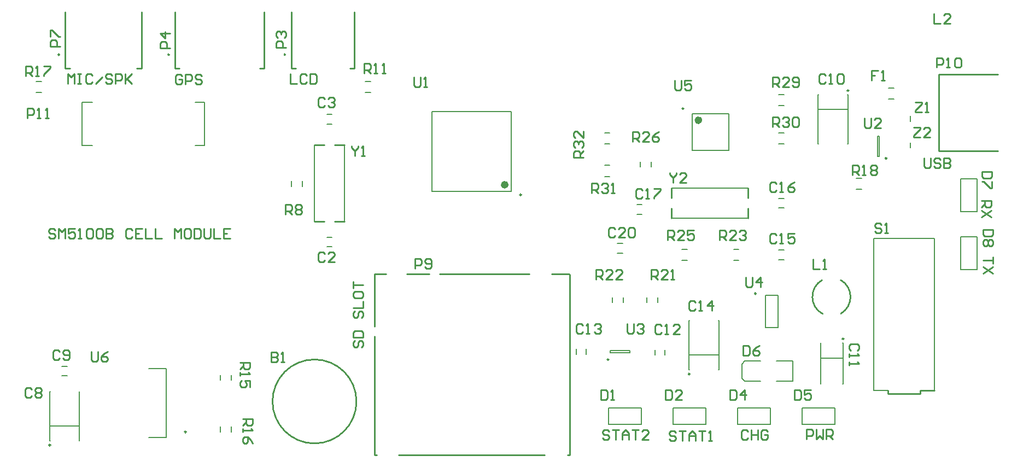
<source format=gto>
%FSLAX25Y25*%
%MOIN*%
G70*
G01*
G75*
G04 Layer_Color=65535*
%ADD10R,0.05906X0.07480*%
%ADD11R,0.07480X0.05906*%
%ADD12R,0.04331X0.06693*%
%ADD13R,0.06299X0.06299*%
%ADD14R,0.04331X0.03937*%
%ADD15R,0.08661X0.10236*%
%ADD16R,0.02756X0.05118*%
%ADD17R,0.09449X0.10236*%
%ADD18O,0.02362X0.07677*%
%ADD19O,0.07677X0.02362*%
%ADD20R,0.05118X0.02756*%
%ADD21O,0.01181X0.08268*%
%ADD22O,0.08268X0.01181*%
%ADD23R,0.06693X0.04331*%
%ADD24R,0.09055X0.09055*%
%ADD25R,0.33071X0.41929*%
%ADD26R,0.14961X0.04134*%
%ADD27O,0.09055X0.02756*%
%ADD28R,0.03150X0.18110*%
%ADD29R,0.18110X0.03150*%
%ADD30R,0.08858X0.03150*%
%ADD31R,0.10630X0.13780*%
%ADD32R,0.03150X0.09449*%
%ADD33R,0.03150X0.03937*%
%ADD34R,0.09449X0.07874*%
%ADD35R,0.00984X0.05512*%
%ADD36R,0.08661X0.05906*%
%ADD37C,0.01575*%
%ADD38C,0.00598*%
%ADD39C,0.03937*%
%ADD40C,0.03150*%
%ADD41C,0.00787*%
%ADD42C,0.02756*%
%ADD43C,0.12598*%
%ADD44R,0.05906X0.05906*%
%ADD45C,0.05906*%
%ADD46R,0.05906X0.05906*%
%ADD47C,0.19685*%
%ADD48C,0.06000*%
%ADD49C,0.13780*%
%ADD50C,0.09055*%
%ADD51C,0.12661*%
%ADD52P,0.06213X8X112.5*%
%ADD53O,0.04724X0.09843*%
%ADD54C,0.05000*%
%ADD55R,0.05709X0.07677*%
%ADD56R,0.04724X0.11024*%
%ADD57R,0.11024X0.11024*%
%ADD58C,0.00984*%
%ADD59C,0.02362*%
%ADD60C,0.01000*%
D41*
X595551Y113110D02*
Y133110D01*
X585551D02*
X595551D01*
X585551Y113110D02*
Y133110D01*
Y113110D02*
X595551D01*
Y148543D02*
Y168543D01*
X585551D02*
X595551D01*
X585551Y148543D02*
Y168543D01*
Y148543D02*
X595551D01*
X22047Y227756D02*
X25197D01*
X22047Y221063D02*
X25197D01*
X222835Y227756D02*
X225984D01*
X222835Y221063D02*
X225984D01*
X368504Y176575D02*
X371654D01*
X368504Y169882D02*
X371654D01*
X368504Y196260D02*
X371654D01*
X368504Y189567D02*
X371654D01*
X397047Y175591D02*
Y178740D01*
X390354Y175591D02*
Y178740D01*
X388189Y152559D02*
X391339D01*
X388189Y146654D02*
X391339D01*
X474803Y196260D02*
X477953D01*
X474803Y189567D02*
X477953D01*
X474803Y219882D02*
X477953D01*
X474803Y213189D02*
X477953D01*
X555118Y187401D02*
Y190551D01*
X513780Y68307D02*
X513976D01*
Y43504D02*
Y68307D01*
X513780Y43504D02*
X513976D01*
X500197Y59055D02*
X513976D01*
X500197Y68307D02*
X500394D01*
X500197Y43504D02*
X500394D01*
X500197D02*
Y68307D01*
X400984Y92914D02*
Y96063D01*
X394291Y92914D02*
Y96063D01*
X380118Y92913D02*
Y96063D01*
X373425Y92913D02*
Y96063D01*
X371850Y63583D02*
X384055D01*
X371850Y62402D02*
X384055D01*
Y63583D01*
X371850Y62402D02*
Y63583D01*
X184449Y163779D02*
Y166929D01*
X177756Y163779D02*
Y166929D01*
X141142Y14173D02*
Y17323D01*
X134449Y14173D02*
Y17323D01*
X141142Y45669D02*
Y48819D01*
X134449Y45669D02*
Y48819D01*
X48425Y8662D02*
Y38583D01*
X48228D02*
X48425D01*
X48228Y8662D02*
X48425D01*
X30315Y38583D02*
X30512D01*
X30315Y17717D02*
X48425D01*
X30315Y8662D02*
Y38583D01*
Y8662D02*
X30512D01*
X421850Y185630D02*
X444291D01*
X421850Y208071D02*
X444291D01*
Y185630D02*
Y208071D01*
X421850Y185630D02*
Y208071D01*
X534842Y182087D02*
Y194291D01*
X536024Y182087D02*
Y194291D01*
X534842D02*
X536024D01*
X534842Y182087D02*
X536024D01*
X263189Y209252D02*
X311614D01*
X263189Y160827D02*
X311614D01*
X263189D02*
Y209252D01*
X311614Y160827D02*
Y209252D01*
X474803Y125000D02*
X477953D01*
X474803Y119095D02*
X477953D01*
X474803Y150591D02*
X477953D01*
X474803Y156496D02*
X477953D01*
X357283Y61417D02*
Y64567D01*
X351378Y61417D02*
Y64567D01*
X399409Y61024D02*
Y64173D01*
X405315Y61024D02*
Y64173D01*
X37795Y48228D02*
X40945D01*
X37795Y54134D02*
X40945D01*
X370984Y28622D02*
X390984D01*
X370984Y18622D02*
Y28622D01*
Y18622D02*
X390984D01*
Y28622D01*
X410354D02*
X430354D01*
X410354Y18622D02*
Y28622D01*
Y18622D02*
X430354D01*
Y28622D01*
X449725D02*
X469725D01*
X449725Y18622D02*
Y28622D01*
Y18622D02*
X469725D01*
Y28622D01*
X489095D02*
X509095D01*
X489095Y18622D02*
Y28622D01*
Y18622D02*
X509095D01*
Y28622D01*
X420079Y81890D02*
X420276D01*
X437992D02*
X438189D01*
Y51968D02*
Y81890D01*
X420079Y51968D02*
Y81890D01*
X437992Y51968D02*
X438189D01*
X420079D02*
X420276D01*
X420079Y61024D02*
X438189D01*
X483465Y45079D02*
Y57284D01*
X452362Y55512D02*
X454134Y57284D01*
X452362Y46850D02*
X454134Y45079D01*
X452362Y46850D02*
Y55512D01*
X473228Y57284D02*
X483465D01*
X473228Y45079D02*
X483465D01*
X454134D02*
X463780D01*
X454134Y57284D02*
X463780D01*
X90614Y52819D02*
X101244D01*
Y10693D02*
Y52819D01*
X90614Y10693D02*
X101244D01*
X466536Y77559D02*
X474410D01*
X466536Y97244D02*
X474410D01*
Y77559D02*
Y97244D01*
X466536Y77559D02*
Y97244D01*
X376378Y123031D02*
X379528D01*
X376378Y128937D02*
X379528D01*
X516732Y189764D02*
X516929D01*
X498819D02*
X499016D01*
X498819D02*
Y219685D01*
X516929Y189764D02*
Y219685D01*
X498819D02*
X499016D01*
X516732D02*
X516929D01*
X498819Y210630D02*
X516929D01*
X522047Y162008D02*
X525197D01*
X522047Y168701D02*
X525197D01*
X447244Y125394D02*
X450394D01*
X447244Y118701D02*
X450394D01*
X415748D02*
X418898D01*
X415748Y125394D02*
X418898D01*
X541732Y217126D02*
X544882D01*
X541732Y223819D02*
X544882D01*
X555118Y203543D02*
Y206693D01*
X199213Y132874D02*
X202362D01*
X199213Y126969D02*
X202362D01*
X199213Y201772D02*
X202362D01*
X199213Y207677D02*
X202362D01*
X209842Y142520D02*
Y188976D01*
X191732Y155512D02*
Y188976D01*
Y142520D02*
Y155512D01*
X409449Y162598D02*
X455905D01*
X409449Y144488D02*
X442913D01*
X455905D01*
X50000Y196807D02*
Y215098D01*
Y188736D02*
Y196807D01*
Y188736D02*
X56299D01*
X118898D02*
X124803D01*
Y196414D01*
Y215098D01*
X118898D02*
X124803D01*
X50000D02*
X56299D01*
X532677Y39370D02*
X541339D01*
X532677D02*
Y131890D01*
X569685D01*
Y39370D02*
Y131890D01*
D58*
X514468Y70866D02*
G03*
X514468Y70866I-492J0D01*
G01*
X371161Y58268D02*
G03*
X371161Y58268I-492J0D01*
G01*
X30807Y6102D02*
G03*
X30807Y6102I-492J0D01*
G01*
X416831Y211221D02*
G03*
X416831Y211221I-492J0D01*
G01*
X540650Y180905D02*
G03*
X540650Y180905I-492J0D01*
G01*
X317815Y158661D02*
G03*
X317815Y158661I-492J0D01*
G01*
X420571Y49409D02*
G03*
X420571Y49409I-492J0D01*
G01*
X113547Y14138D02*
G03*
X113547Y14138I-492J0D01*
G01*
X460925Y98445D02*
G03*
X460925Y98445I-492J0D01*
G01*
X517421Y222244D02*
G03*
X517421Y222244I-492J0D01*
G01*
D59*
X426968Y204134D02*
G03*
X426968Y204134I-1181J0D01*
G01*
X308858Y164764D02*
G03*
X308858Y164764I-1181J0D01*
G01*
D60*
X36220Y244094D02*
G03*
X36220Y244094I-394J0D01*
G01*
X103150D02*
G03*
X103150Y244094I-394J0D01*
G01*
X174016D02*
G03*
X174016Y244094I-394J0D01*
G01*
X512714Y86296D02*
G03*
X512595Y106687I-6021J10161D01*
G01*
X501065Y106618D02*
G03*
X501487Y86057I6021J-10161D01*
G01*
X217323Y32677D02*
G03*
X217323Y32677I-25591J0D01*
G01*
X191732Y188976D02*
X197638D01*
X203937D02*
X209842D01*
X191732Y142520D02*
X197638D01*
X203937D02*
X209842D01*
X409449Y144488D02*
Y150394D01*
Y156693D02*
Y162598D01*
X455905Y144488D02*
Y150394D01*
Y156693D02*
Y162598D01*
X347244Y1969D02*
Y109843D01*
X346850Y110236D02*
X347244Y109843D01*
X336221Y110236D02*
X346850D01*
X268110D02*
X322835D01*
X248031D02*
X261811D01*
X228346D02*
X235433D01*
X228346Y78347D02*
Y110236D01*
Y0D02*
Y72441D01*
X243701Y0D02*
X331890D01*
X228346D02*
X229528D01*
X242913D02*
X243701D01*
X347244D02*
Y1969D01*
X346063Y0D02*
X347244D01*
X561024Y39370D02*
X569685D01*
X561024Y37402D02*
Y39370D01*
X541339Y37402D02*
X561024D01*
X541339D02*
Y39370D01*
X572441Y231889D02*
X608268D01*
X572441Y185433D02*
X608268D01*
X572441D02*
Y231889D01*
X86221Y235827D02*
Y270079D01*
X83465Y235827D02*
X86221D01*
X39764D02*
X42520D01*
X39764D02*
Y270079D01*
X161024Y235827D02*
Y270079D01*
X158268Y235827D02*
X161024D01*
X106693D02*
X109449D01*
X106693D02*
Y270079D01*
X216142Y235827D02*
Y270079D01*
X213386Y235827D02*
X216142D01*
X177559D02*
X180315D01*
X177559D02*
Y270079D01*
X252215Y230291D02*
Y225293D01*
X253215Y224293D01*
X255214D01*
X256214Y225293D01*
Y230291D01*
X258213Y224293D02*
X260212D01*
X259213D01*
Y230291D01*
X258213Y229291D01*
X214173Y188282D02*
Y187282D01*
X216173Y185283D01*
X218172Y187282D01*
Y188282D01*
X216173Y185283D02*
Y182283D01*
X220171D02*
X222171D01*
X221171D01*
Y188282D01*
X220171Y187282D01*
X408470Y172091D02*
Y171091D01*
X410469Y169092D01*
X412469Y171091D01*
Y172091D01*
X410469Y169092D02*
Y166093D01*
X418467D02*
X414468D01*
X418467Y170092D01*
Y171091D01*
X417467Y172091D01*
X415468D01*
X414468Y171091D01*
X537291Y140302D02*
X536291Y141301D01*
X534292D01*
X533292Y140302D01*
Y139302D01*
X534292Y138302D01*
X536291D01*
X537291Y137302D01*
Y136303D01*
X536291Y135303D01*
X534292D01*
X533292Y136303D01*
X539290Y135303D02*
X541290D01*
X540290D01*
Y141301D01*
X539290Y140302D01*
X174016Y146850D02*
Y152848D01*
X177015D01*
X178015Y151849D01*
Y149849D01*
X177015Y148850D01*
X174016D01*
X176015D02*
X178015Y146850D01*
X180014Y151849D02*
X181014Y152848D01*
X183013D01*
X184012Y151849D01*
Y150849D01*
X183013Y149849D01*
X184012Y148850D01*
Y147850D01*
X183013Y146850D01*
X181014D01*
X180014Y147850D01*
Y148850D01*
X181014Y149849D01*
X180014Y150849D01*
Y151849D01*
X181014Y149849D02*
X183013D01*
X222047Y232677D02*
Y238675D01*
X225046D01*
X226046Y237676D01*
Y235676D01*
X225046Y234677D01*
X222047D01*
X224047D02*
X226046Y232677D01*
X228045D02*
X230045D01*
X229045D01*
Y238675D01*
X228045Y237676D01*
X233044Y232677D02*
X235043D01*
X234043D01*
Y238675D01*
X233044Y237676D01*
X146457Y56299D02*
X152455D01*
Y53300D01*
X151455Y52301D01*
X149456D01*
X148456Y53300D01*
Y56299D01*
Y54300D02*
X146457Y52301D01*
Y50301D02*
Y48302D01*
Y49301D01*
X152455D01*
X151455Y50301D01*
X152455Y41304D02*
Y45303D01*
X149456D01*
X150455Y43303D01*
Y42304D01*
X149456Y41304D01*
X147456D01*
X146457Y42304D01*
Y44303D01*
X147456Y45303D01*
X148031Y22047D02*
X154030D01*
Y19048D01*
X153030Y18048D01*
X151031D01*
X150031Y19048D01*
Y22047D01*
Y20048D02*
X148031Y18048D01*
Y16049D02*
Y14050D01*
Y15049D01*
X154030D01*
X153030Y16049D01*
X154030Y7052D02*
X153030Y9051D01*
X151031Y11051D01*
X149031D01*
X148031Y10051D01*
Y8052D01*
X149031Y7052D01*
X150031D01*
X151031Y8052D01*
Y11051D01*
X15748Y231102D02*
Y237100D01*
X18747D01*
X19747Y236101D01*
Y234101D01*
X18747Y233102D01*
X15748D01*
X17747D02*
X19747Y231102D01*
X21746D02*
X23745D01*
X22746D01*
Y237100D01*
X21746Y236101D01*
X26744Y237100D02*
X30743D01*
Y236101D01*
X26744Y232102D01*
Y231102D01*
X519722Y170754D02*
Y176752D01*
X522721D01*
X523721Y175753D01*
Y173753D01*
X522721Y172754D01*
X519722D01*
X521721D02*
X523721Y170754D01*
X525720D02*
X527719D01*
X526720D01*
Y176752D01*
X525720Y175753D01*
X530719D02*
X531718Y176752D01*
X533717D01*
X534717Y175753D01*
Y174753D01*
X533717Y173753D01*
X534717Y172754D01*
Y171754D01*
X533717Y170754D01*
X531718D01*
X530719Y171754D01*
Y172754D01*
X531718Y173753D01*
X530719Y174753D01*
Y175753D01*
X531718Y173753D02*
X533717D01*
X438552Y130959D02*
Y136957D01*
X441551D01*
X442551Y135957D01*
Y133958D01*
X441551Y132958D01*
X438552D01*
X440551D02*
X442551Y130959D01*
X448549D02*
X444550D01*
X448549Y134958D01*
Y135957D01*
X447549Y136957D01*
X445550D01*
X444550Y135957D01*
X450548D02*
X451548Y136957D01*
X453547D01*
X454547Y135957D01*
Y134958D01*
X453547Y133958D01*
X452547D01*
X453547D01*
X454547Y132958D01*
Y131959D01*
X453547Y130959D01*
X451548D01*
X450548Y131959D01*
X363386Y107087D02*
Y113085D01*
X366385D01*
X367385Y112085D01*
Y110086D01*
X366385Y109086D01*
X363386D01*
X365385D02*
X367385Y107087D01*
X373383D02*
X369384D01*
X373383Y111085D01*
Y112085D01*
X372383Y113085D01*
X370384D01*
X369384Y112085D01*
X379381Y107087D02*
X375382D01*
X379381Y111085D01*
Y112085D01*
X378381Y113085D01*
X376382D01*
X375382Y112085D01*
X396850Y107087D02*
Y113085D01*
X399849D01*
X400849Y112085D01*
Y110086D01*
X399849Y109086D01*
X396850D01*
X398850D02*
X400849Y107087D01*
X406847D02*
X402848D01*
X406847Y111085D01*
Y112085D01*
X405848Y113085D01*
X403848D01*
X402848Y112085D01*
X408847Y107087D02*
X410846D01*
X409846D01*
Y113085D01*
X408847Y112085D01*
X470866Y224410D02*
Y230408D01*
X473865D01*
X474865Y229408D01*
Y227409D01*
X473865Y226409D01*
X470866D01*
X472865D02*
X474865Y224410D01*
X480863D02*
X476864D01*
X480863Y228408D01*
Y229408D01*
X479863Y230408D01*
X477864D01*
X476864Y229408D01*
X482862Y225409D02*
X483862Y224410D01*
X485861D01*
X486861Y225409D01*
Y229408D01*
X485861Y230408D01*
X483862D01*
X482862Y229408D01*
Y228408D01*
X483862Y227409D01*
X486861D01*
X470866Y200000D02*
Y205998D01*
X473865D01*
X474865Y204998D01*
Y202999D01*
X473865Y201999D01*
X470866D01*
X472865D02*
X474865Y200000D01*
X476864Y204998D02*
X477864Y205998D01*
X479863D01*
X480863Y204998D01*
Y203999D01*
X479863Y202999D01*
X478864D01*
X479863D01*
X480863Y201999D01*
Y201000D01*
X479863Y200000D01*
X477864D01*
X476864Y201000D01*
X482862Y204998D02*
X483862Y205998D01*
X485861D01*
X486861Y204998D01*
Y201000D01*
X485861Y200000D01*
X483862D01*
X482862Y201000D01*
Y204998D01*
X407093Y130971D02*
Y136969D01*
X410092D01*
X411092Y135969D01*
Y133970D01*
X410092Y132970D01*
X407093D01*
X409092D02*
X411092Y130971D01*
X417090D02*
X413091D01*
X417090Y134970D01*
Y135969D01*
X416090Y136969D01*
X414091D01*
X413091Y135969D01*
X423088Y136969D02*
X419089D01*
Y133970D01*
X421088Y134970D01*
X422088D01*
X423088Y133970D01*
Y131971D01*
X422088Y130971D01*
X420089D01*
X419089Y131971D01*
X360630Y159843D02*
Y165841D01*
X363629D01*
X364629Y164841D01*
Y162842D01*
X363629Y161842D01*
X360630D01*
X362629D02*
X364629Y159843D01*
X366628Y164841D02*
X367628Y165841D01*
X369627D01*
X370627Y164841D01*
Y163841D01*
X369627Y162842D01*
X368627D01*
X369627D01*
X370627Y161842D01*
Y160842D01*
X369627Y159843D01*
X367628D01*
X366628Y160842D01*
X372626Y159843D02*
X374625D01*
X373626D01*
Y165841D01*
X372626Y164841D01*
X355512Y181496D02*
X349514D01*
Y184495D01*
X350513Y185495D01*
X352513D01*
X353513Y184495D01*
Y181496D01*
Y183495D02*
X355512Y185495D01*
X350513Y187494D02*
X349514Y188494D01*
Y190493D01*
X350513Y191493D01*
X351513D01*
X352513Y190493D01*
Y189494D01*
Y190493D01*
X353513Y191493D01*
X354512D01*
X355512Y190493D01*
Y188494D01*
X354512Y187494D01*
X355512Y197491D02*
Y193492D01*
X351513Y197491D01*
X350513D01*
X349514Y196491D01*
Y194492D01*
X350513Y193492D01*
X103543Y248031D02*
X97545D01*
Y251030D01*
X98545Y252030D01*
X100544D01*
X101544Y251030D01*
Y248031D01*
X103543Y257029D02*
X97545D01*
X100544Y254030D01*
Y258028D01*
X174409Y248425D02*
X168411D01*
Y251424D01*
X169411Y252424D01*
X171410D01*
X172410Y251424D01*
Y248425D01*
X169411Y254423D02*
X168411Y255423D01*
Y257422D01*
X169411Y258422D01*
X170411D01*
X171410Y257422D01*
Y256423D01*
Y257422D01*
X172410Y258422D01*
X173410D01*
X174409Y257422D01*
Y255423D01*
X173410Y254423D01*
X36614Y249213D02*
X30616D01*
Y252212D01*
X31616Y253211D01*
X33615D01*
X34615Y252212D01*
Y249213D01*
X30616Y255211D02*
Y259209D01*
X31616D01*
X35614Y255211D01*
X36614D01*
X569291Y268990D02*
Y262992D01*
X573290D01*
X579288D02*
X575289D01*
X579288Y266991D01*
Y267990D01*
X578288Y268990D01*
X576289D01*
X575289Y267990D01*
X495770Y119414D02*
Y113416D01*
X499769D01*
X501768D02*
X503767D01*
X502768D01*
Y119414D01*
X501768Y118414D01*
X535495Y234345D02*
X531496D01*
Y231346D01*
X533495D01*
X531496D01*
Y228346D01*
X537494D02*
X539494D01*
X538494D01*
Y234345D01*
X537494Y233345D01*
X366184Y39720D02*
Y33722D01*
X369183D01*
X370183Y34722D01*
Y38720D01*
X369183Y39720D01*
X366184D01*
X372182Y33722D02*
X374182D01*
X373182D01*
Y39720D01*
X372182Y38720D01*
X405554Y39720D02*
Y33722D01*
X408553D01*
X409553Y34722D01*
Y38720D01*
X408553Y39720D01*
X405554D01*
X415551Y33722D02*
X411552D01*
X415551Y37721D01*
Y38720D01*
X414551Y39720D01*
X412552D01*
X411552Y38720D01*
X444924Y39720D02*
Y33722D01*
X447923D01*
X448923Y34722D01*
Y38720D01*
X447923Y39720D01*
X444924D01*
X453922Y33722D02*
Y39720D01*
X450922Y36721D01*
X454921D01*
X484295Y39720D02*
Y33722D01*
X487293D01*
X488293Y34722D01*
Y38720D01*
X487293Y39720D01*
X484295D01*
X494291D02*
X490293D01*
Y36721D01*
X492292Y37721D01*
X493292D01*
X494291Y36721D01*
Y34722D01*
X493292Y33722D01*
X491292D01*
X490293Y34722D01*
X453000Y66695D02*
Y60697D01*
X455999D01*
X456999Y61696D01*
Y65695D01*
X455999Y66695D01*
X453000D01*
X462997D02*
X460997Y65695D01*
X458998Y63696D01*
Y61696D01*
X459998Y60697D01*
X461997D01*
X462997Y61696D01*
Y62696D01*
X461997Y63696D01*
X458998D01*
X557087Y199699D02*
X561085D01*
Y198699D01*
X557087Y194701D01*
Y193701D01*
X561085D01*
X567083D02*
X563085D01*
X567083Y197699D01*
Y198699D01*
X566084Y199699D01*
X564084D01*
X563085Y198699D01*
X557874Y215053D02*
X561873D01*
Y214054D01*
X557874Y210055D01*
Y209055D01*
X561873D01*
X563872D02*
X565871D01*
X564872D01*
Y215053D01*
X563872Y214054D01*
X605211Y137402D02*
X599213D01*
Y134403D01*
X600212Y133403D01*
X604211D01*
X605211Y134403D01*
Y137402D01*
X604211Y131404D02*
X605211Y130404D01*
Y128404D01*
X604211Y127405D01*
X603211D01*
X602212Y128404D01*
X601212Y127405D01*
X600212D01*
X599213Y128404D01*
Y130404D01*
X600212Y131404D01*
X601212D01*
X602212Y130404D01*
X603211Y131404D01*
X604211D01*
X602212Y130404D02*
Y128404D01*
X604817Y172835D02*
X598819D01*
Y169836D01*
X599819Y168836D01*
X603817D01*
X604817Y169836D01*
Y172835D01*
Y166837D02*
Y162838D01*
X603817D01*
X599819Y166837D01*
X598819D01*
X198093Y122715D02*
X197093Y123715D01*
X195094D01*
X194095Y122715D01*
Y118716D01*
X195094Y117717D01*
X197093D01*
X198093Y118716D01*
X204091Y117717D02*
X200093D01*
X204091Y121715D01*
Y122715D01*
X203092Y123715D01*
X201092D01*
X200093Y122715D01*
X198093Y217203D02*
X197093Y218203D01*
X195094D01*
X194095Y217203D01*
Y213204D01*
X195094Y212205D01*
X197093D01*
X198093Y213204D01*
X200093Y217203D02*
X201092Y218203D01*
X203092D01*
X204091Y217203D01*
Y216203D01*
X203092Y215204D01*
X202092D01*
X203092D01*
X204091Y214204D01*
Y213204D01*
X203092Y212205D01*
X201092D01*
X200093Y213204D01*
X36269Y63080D02*
X35269Y64079D01*
X33270D01*
X32270Y63080D01*
Y59081D01*
X33270Y58081D01*
X35269D01*
X36269Y59081D01*
X38268D02*
X39268Y58081D01*
X41267D01*
X42267Y59081D01*
Y63080D01*
X41267Y64079D01*
X39268D01*
X38268Y63080D01*
Y62080D01*
X39268Y61080D01*
X42267D01*
X19353Y40038D02*
X18353Y41037D01*
X16354D01*
X15354Y40038D01*
Y36039D01*
X16354Y35039D01*
X18353D01*
X19353Y36039D01*
X21352Y40038D02*
X22352Y41037D01*
X24351D01*
X25351Y40038D01*
Y39038D01*
X24351Y38038D01*
X25351Y37039D01*
Y36039D01*
X24351Y35039D01*
X22352D01*
X21352Y36039D01*
Y37039D01*
X22352Y38038D01*
X21352Y39038D01*
Y40038D01*
X22352Y38038D02*
X24351D01*
X503466Y231254D02*
X502466Y232254D01*
X500467D01*
X499467Y231254D01*
Y227256D01*
X500467Y226256D01*
X502466D01*
X503466Y227256D01*
X505465Y226256D02*
X507464D01*
X506465D01*
Y232254D01*
X505465Y231254D01*
X510463D02*
X511463Y232254D01*
X513462D01*
X514462Y231254D01*
Y227256D01*
X513462Y226256D01*
X511463D01*
X510463Y227256D01*
Y231254D01*
X522715Y63718D02*
X523715Y64718D01*
Y66717D01*
X522715Y67716D01*
X518716D01*
X517717Y66717D01*
Y64718D01*
X518716Y63718D01*
X517717Y61718D02*
Y59719D01*
Y60719D01*
X523715D01*
X522715Y61718D01*
X517717Y56720D02*
Y54721D01*
Y55720D01*
X523715D01*
X522715Y56720D01*
X473288Y133954D02*
X472288Y134954D01*
X470289D01*
X469289Y133954D01*
Y129956D01*
X470289Y128956D01*
X472288D01*
X473288Y129956D01*
X475287Y128956D02*
X477286D01*
X476287D01*
Y134954D01*
X475287Y133954D01*
X484284Y134954D02*
X480285D01*
Y131955D01*
X482285Y132955D01*
X483284D01*
X484284Y131955D01*
Y129956D01*
X483284Y128956D01*
X481285D01*
X480285Y129956D01*
X424114Y93043D02*
X423114Y94043D01*
X421115D01*
X420115Y93043D01*
Y89045D01*
X421115Y88045D01*
X423114D01*
X424114Y89045D01*
X426113Y88045D02*
X428112D01*
X427113D01*
Y94043D01*
X426113Y93043D01*
X434110Y88045D02*
Y94043D01*
X431111Y91044D01*
X435110D01*
X403432Y78654D02*
X402432Y79654D01*
X400433D01*
X399433Y78654D01*
Y74656D01*
X400433Y73656D01*
X402432D01*
X403432Y74656D01*
X405431Y73656D02*
X407431D01*
X406431D01*
Y79654D01*
X405431Y78654D01*
X414428Y73656D02*
X410429D01*
X414428Y77655D01*
Y78654D01*
X413428Y79654D01*
X411429D01*
X410429Y78654D01*
X355377Y79043D02*
X354377Y80043D01*
X352378D01*
X351378Y79043D01*
Y75045D01*
X352378Y74045D01*
X354377D01*
X355377Y75045D01*
X357376Y74045D02*
X359375D01*
X358376D01*
Y80043D01*
X357376Y79043D01*
X362374D02*
X363374Y80043D01*
X365373D01*
X366373Y79043D01*
Y78044D01*
X365373Y77044D01*
X364374D01*
X365373D01*
X366373Y76044D01*
Y75045D01*
X365373Y74045D01*
X363374D01*
X362374Y75045D01*
X473298Y165476D02*
X472298Y166476D01*
X470299D01*
X469299Y165476D01*
Y161478D01*
X470299Y160478D01*
X472298D01*
X473298Y161478D01*
X475297Y160478D02*
X477297D01*
X476297D01*
Y166476D01*
X475297Y165476D01*
X484294Y166476D02*
X482295Y165476D01*
X480296Y163477D01*
Y161478D01*
X481295Y160478D01*
X483295D01*
X484294Y161478D01*
Y162477D01*
X483295Y163477D01*
X480296D01*
X391794Y161298D02*
X390794Y162297D01*
X388795D01*
X387795Y161298D01*
Y157299D01*
X388795Y156299D01*
X390794D01*
X391794Y157299D01*
X393793Y156299D02*
X395793D01*
X394793D01*
Y162297D01*
X393793Y161298D01*
X398792Y162297D02*
X402790D01*
Y161298D01*
X398792Y157299D01*
Y156299D01*
X165354Y62691D02*
Y56693D01*
X168353D01*
X169353Y57693D01*
Y58692D01*
X168353Y59692D01*
X165354D01*
X168353D01*
X169353Y60692D01*
Y61691D01*
X168353Y62691D01*
X165354D01*
X171352Y56693D02*
X173352D01*
X172352D01*
Y62691D01*
X171352Y61691D01*
X55752Y62954D02*
Y57956D01*
X56752Y56956D01*
X58751D01*
X59751Y57956D01*
Y62954D01*
X65749D02*
X63749Y61954D01*
X61750Y59955D01*
Y57956D01*
X62750Y56956D01*
X64749D01*
X65749Y57956D01*
Y58955D01*
X64749Y59955D01*
X61750D01*
X16535Y205512D02*
Y211510D01*
X19534D01*
X20534Y210510D01*
Y208511D01*
X19534Y207511D01*
X16535D01*
X22534Y205512D02*
X24533D01*
X23533D01*
Y211510D01*
X22534Y210510D01*
X27532Y205512D02*
X29531D01*
X28532D01*
Y211510D01*
X27532Y210510D01*
X374876Y137880D02*
X373876Y138880D01*
X371877D01*
X370877Y137880D01*
Y133882D01*
X371877Y132882D01*
X373876D01*
X374876Y133882D01*
X380874Y132882D02*
X376875D01*
X380874Y136881D01*
Y137880D01*
X379874Y138880D01*
X377875D01*
X376875Y137880D01*
X382873D02*
X383873Y138880D01*
X385872D01*
X386872Y137880D01*
Y133882D01*
X385872Y132882D01*
X383873D01*
X382873Y133882D01*
Y137880D01*
X253150Y113779D02*
Y119778D01*
X256149D01*
X257148Y118778D01*
Y116779D01*
X256149Y115779D01*
X253150D01*
X259148Y114779D02*
X260147Y113779D01*
X262147D01*
X263146Y114779D01*
Y118778D01*
X262147Y119778D01*
X260147D01*
X259148Y118778D01*
Y117778D01*
X260147Y116779D01*
X263146D01*
X527004Y205500D02*
Y200501D01*
X528004Y199502D01*
X530003D01*
X531003Y200501D01*
Y205500D01*
X537001Y199502D02*
X533002D01*
X537001Y203500D01*
Y204500D01*
X536001Y205500D01*
X534002D01*
X533002Y204500D01*
X382283Y80014D02*
Y75015D01*
X383283Y74016D01*
X385282D01*
X386282Y75015D01*
Y80014D01*
X388281Y79014D02*
X389281Y80014D01*
X391281D01*
X392280Y79014D01*
Y78014D01*
X391281Y77015D01*
X390281D01*
X391281D01*
X392280Y76015D01*
Y75015D01*
X391281Y74016D01*
X389281D01*
X388281Y75015D01*
X454722Y108450D02*
Y103451D01*
X455722Y102452D01*
X457722D01*
X458721Y103451D01*
Y108450D01*
X463720Y102452D02*
Y108450D01*
X460720Y105451D01*
X464719D01*
X411421Y228499D02*
Y223500D01*
X412421Y222500D01*
X414420D01*
X415420Y223500D01*
Y228499D01*
X421418D02*
X417419D01*
Y225499D01*
X419418Y226499D01*
X420418D01*
X421418Y225499D01*
Y223500D01*
X420418Y222500D01*
X418419D01*
X417419Y223500D01*
X570866Y236221D02*
Y242218D01*
X573865D01*
X574865Y241219D01*
Y239219D01*
X573865Y238220D01*
X570866D01*
X576864Y236221D02*
X578864D01*
X577864D01*
Y242218D01*
X576864Y241219D01*
X581863D02*
X582862Y242218D01*
X584862D01*
X585861Y241219D01*
Y237220D01*
X584862Y236221D01*
X582862D01*
X581863Y237220D01*
Y241219D01*
X385827Y190945D02*
Y196943D01*
X388826D01*
X389826Y195943D01*
Y193944D01*
X388826Y192944D01*
X385827D01*
X387826D02*
X389826Y190945D01*
X395824D02*
X391825D01*
X395824Y194944D01*
Y195943D01*
X394824Y196943D01*
X392825D01*
X391825Y195943D01*
X401822Y196943D02*
X399822Y195943D01*
X397823Y193944D01*
Y191945D01*
X398823Y190945D01*
X400822D01*
X401822Y191945D01*
Y192944D01*
X400822Y193944D01*
X397823D01*
X491732Y9843D02*
Y15841D01*
X494731D01*
X495731Y14841D01*
Y12842D01*
X494731Y11842D01*
X491732D01*
X497730Y15841D02*
Y9843D01*
X499730Y11842D01*
X501729Y9843D01*
Y15841D01*
X503728Y9843D02*
Y15841D01*
X506727D01*
X507727Y14841D01*
Y12842D01*
X506727Y11842D01*
X503728D01*
X505728D02*
X507727Y9843D01*
X455967Y14447D02*
X454967Y15447D01*
X452968D01*
X451968Y14447D01*
Y10448D01*
X452968Y9449D01*
X454967D01*
X455967Y10448D01*
X457967Y15447D02*
Y9449D01*
Y12448D01*
X461965D01*
Y15447D01*
Y9449D01*
X467963Y14447D02*
X466964Y15447D01*
X464964D01*
X463965Y14447D01*
Y10448D01*
X464964Y9449D01*
X466964D01*
X467963Y10448D01*
Y12448D01*
X465964D01*
X411873Y13854D02*
X410873Y14854D01*
X408874D01*
X407874Y13854D01*
Y12855D01*
X408874Y11855D01*
X410873D01*
X411873Y10855D01*
Y9856D01*
X410873Y8856D01*
X408874D01*
X407874Y9856D01*
X413872Y14854D02*
X417871D01*
X415871D01*
Y8856D01*
X419870D02*
Y12855D01*
X421870Y14854D01*
X423869Y12855D01*
Y8856D01*
Y11855D01*
X419870D01*
X425868Y14854D02*
X429867D01*
X427868D01*
Y8856D01*
X431866D02*
X433866D01*
X432866D01*
Y14854D01*
X431866Y13854D01*
X371322Y14447D02*
X370322Y15447D01*
X368322D01*
X367323Y14447D01*
Y13447D01*
X368322Y12448D01*
X370322D01*
X371322Y11448D01*
Y10448D01*
X370322Y9449D01*
X368322D01*
X367323Y10448D01*
X373321Y15447D02*
X377320D01*
X375320D01*
Y9449D01*
X379319D02*
Y13447D01*
X381318Y15447D01*
X383318Y13447D01*
Y9449D01*
Y12448D01*
X379319D01*
X385317Y15447D02*
X389316D01*
X387316D01*
Y9449D01*
X395314D02*
X391315D01*
X395314Y13447D01*
Y14447D01*
X394314Y15447D01*
X392315D01*
X391315Y14447D01*
X598425Y155118D02*
X604423D01*
Y152119D01*
X603424Y151119D01*
X601424D01*
X600424Y152119D01*
Y155118D01*
Y153119D02*
X598425Y151119D01*
X604423Y149120D02*
X598425Y145121D01*
X604423D02*
X598425Y149120D01*
X605211Y120866D02*
Y116867D01*
Y118867D01*
X599213D01*
X605211Y114868D02*
X599213Y110869D01*
X605211D02*
X599213Y114868D01*
X563386Y181195D02*
Y176197D01*
X564386Y175197D01*
X566385D01*
X567384Y176197D01*
Y181195D01*
X573383Y180195D02*
X572383Y181195D01*
X570384D01*
X569384Y180195D01*
Y179196D01*
X570384Y178196D01*
X572383D01*
X573383Y177196D01*
Y176197D01*
X572383Y175197D01*
X570384D01*
X569384Y176197D01*
X575382Y181195D02*
Y175197D01*
X578381D01*
X579381Y176197D01*
Y177196D01*
X578381Y178196D01*
X575382D01*
X578381D01*
X579381Y179196D01*
Y180195D01*
X578381Y181195D01*
X575382D01*
X216262Y69747D02*
X215262Y68747D01*
Y66748D01*
X216262Y65748D01*
X217261D01*
X218261Y66748D01*
Y68747D01*
X219261Y69747D01*
X220260D01*
X221260Y68747D01*
Y66748D01*
X220260Y65748D01*
X215262Y71746D02*
X221260D01*
Y74745D01*
X220260Y75745D01*
X216262D01*
X215262Y74745D01*
Y71746D01*
X216262Y87741D02*
X215262Y86741D01*
Y84742D01*
X216262Y83742D01*
X217261D01*
X218261Y84742D01*
Y86741D01*
X219261Y87741D01*
X220260D01*
X221260Y86741D01*
Y84742D01*
X220260Y83742D01*
X215262Y89740D02*
X221260D01*
Y93739D01*
X215262Y98737D02*
Y96738D01*
X216262Y95738D01*
X220260D01*
X221260Y96738D01*
Y98737D01*
X220260Y99737D01*
X216262D01*
X215262Y98737D01*
Y101736D02*
Y105735D01*
Y103736D01*
X221260D01*
X33526Y136888D02*
X32527Y137888D01*
X30527D01*
X29528Y136888D01*
Y135889D01*
X30527Y134889D01*
X32527D01*
X33526Y133889D01*
Y132889D01*
X32527Y131890D01*
X30527D01*
X29528Y132889D01*
X35526Y131890D02*
Y137888D01*
X37525Y135889D01*
X39524Y137888D01*
Y131890D01*
X45522Y137888D02*
X41524D01*
Y134889D01*
X43523Y135889D01*
X44523D01*
X45522Y134889D01*
Y132889D01*
X44523Y131890D01*
X42523D01*
X41524Y132889D01*
X47522Y131890D02*
X49521D01*
X48521D01*
Y137888D01*
X47522Y136888D01*
X52520D02*
X53520Y137888D01*
X55519D01*
X56519Y136888D01*
Y132889D01*
X55519Y131890D01*
X53520D01*
X52520Y132889D01*
Y136888D01*
X58518D02*
X59518Y137888D01*
X61517D01*
X62517Y136888D01*
Y132889D01*
X61517Y131890D01*
X59518D01*
X58518Y132889D01*
Y136888D01*
X64516Y137888D02*
Y131890D01*
X67515D01*
X68515Y132889D01*
Y133889D01*
X67515Y134889D01*
X64516D01*
X67515D01*
X68515Y135889D01*
Y136888D01*
X67515Y137888D01*
X64516D01*
X80511Y136888D02*
X79511Y137888D01*
X77512D01*
X76512Y136888D01*
Y132889D01*
X77512Y131890D01*
X79511D01*
X80511Y132889D01*
X86509Y137888D02*
X82510D01*
Y131890D01*
X86509D01*
X82510Y134889D02*
X84510D01*
X88508Y137888D02*
Y131890D01*
X92507D01*
X94507Y137888D02*
Y131890D01*
X98505D01*
X106503D02*
Y137888D01*
X108502Y135889D01*
X110501Y137888D01*
Y131890D01*
X115500Y137888D02*
X113500D01*
X112501Y136888D01*
Y132889D01*
X113500Y131890D01*
X115500D01*
X116499Y132889D01*
Y136888D01*
X115500Y137888D01*
X118499D02*
Y131890D01*
X121498D01*
X122497Y132889D01*
Y136888D01*
X121498Y137888D01*
X118499D01*
X124497D02*
Y132889D01*
X125496Y131890D01*
X127496D01*
X128496Y132889D01*
Y137888D01*
X130495D02*
Y131890D01*
X134494D01*
X140492Y137888D02*
X136493D01*
Y131890D01*
X140492D01*
X136493Y134889D02*
X138492D01*
X177165Y232376D02*
Y226378D01*
X181164D01*
X187162Y231376D02*
X186162Y232376D01*
X184163D01*
X183163Y231376D01*
Y227378D01*
X184163Y226378D01*
X186162D01*
X187162Y227378D01*
X189162Y232376D02*
Y226378D01*
X192160D01*
X193160Y227378D01*
Y231376D01*
X192160Y232376D01*
X189162D01*
X111085Y230983D02*
X110086Y231982D01*
X108086D01*
X107087Y230983D01*
Y226984D01*
X108086Y225984D01*
X110086D01*
X111085Y226984D01*
Y228983D01*
X109086D01*
X113085Y225984D02*
Y231982D01*
X116084D01*
X117083Y230983D01*
Y228983D01*
X116084Y227984D01*
X113085D01*
X123081Y230983D02*
X122082Y231982D01*
X120082D01*
X119083Y230983D01*
Y229983D01*
X120082Y228983D01*
X122082D01*
X123081Y227984D01*
Y226984D01*
X122082Y225984D01*
X120082D01*
X119083Y226984D01*
X41339Y226378D02*
Y232376D01*
X43338Y230377D01*
X45337Y232376D01*
Y226378D01*
X47337Y232376D02*
X49336D01*
X48336D01*
Y226378D01*
X47337D01*
X49336D01*
X56334Y231376D02*
X55334Y232376D01*
X53335D01*
X52335Y231376D01*
Y227378D01*
X53335Y226378D01*
X55334D01*
X56334Y227378D01*
X58333Y226378D02*
X62332Y230377D01*
X68330Y231376D02*
X67330Y232376D01*
X65331D01*
X64331Y231376D01*
Y230377D01*
X65331Y229377D01*
X67330D01*
X68330Y228377D01*
Y227378D01*
X67330Y226378D01*
X65331D01*
X64331Y227378D01*
X70329Y226378D02*
Y232376D01*
X73328D01*
X74328Y231376D01*
Y229377D01*
X73328Y228377D01*
X70329D01*
X76327Y232376D02*
Y226378D01*
Y228377D01*
X80326Y232376D01*
X77327Y229377D01*
X80326Y226378D01*
M02*

</source>
